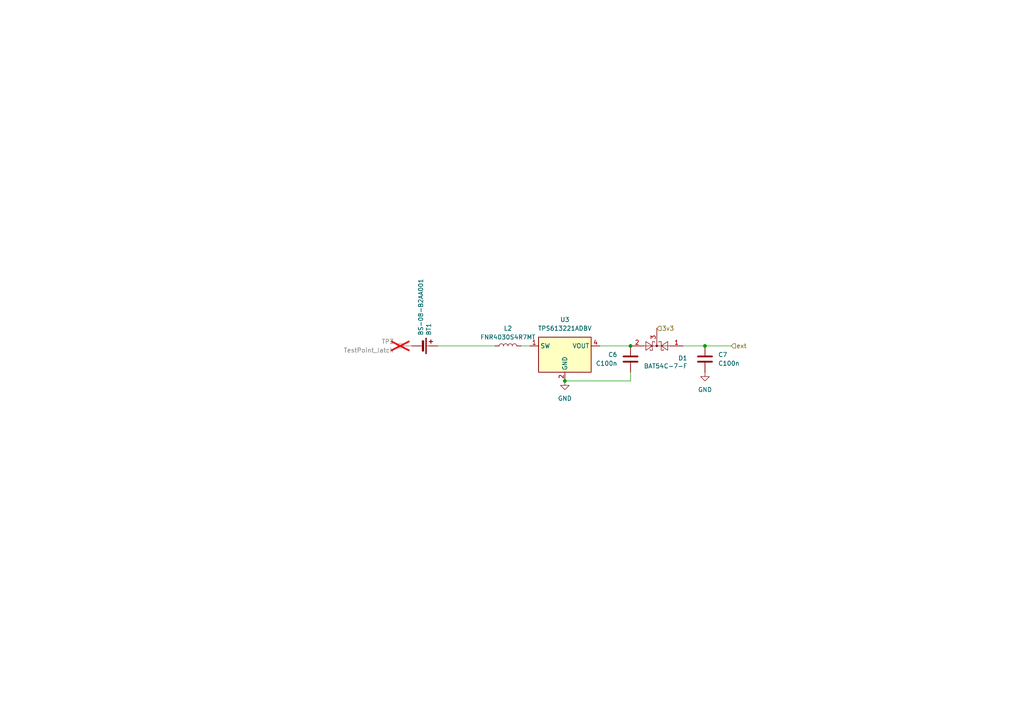
<source format=kicad_sch>
(kicad_sch (version 20231120) (generator "eeschema") (generator_version "8.0")
  (paper "A4")
  (title_block (title "Power Circuitry") (date "2024-08-18") (rev "0") (company "Paisley Microsystems") (comment 1 "Drafted: Matthew Guo") (comment 2 "The design is not to be reproduced, distributed, transferred or sold"))
  (lib_symbols
    (symbol "Connector:TestPoint" (pin_numbers hide) (pin_names (offset 0.762) hide)
      (property "Reference" "TP" (at 0 6.858 0))
      (property "Value" "TestPoint" (at 0 5.08 0))
      (symbol "TestPoint_0_1"
        (circle (center 0 3.302) (radius 0.762))
      )
      (symbol "TestPoint_1_1"
        (pin passive line (at 0 0 90) (length 2.54) (name "1") (number "1"))
      )
    )
    (symbol "Device:Battery_Cell" (pin_numbers hide) (pin_names (offset 0) hide)
      (property "Reference" "BT1" (at 2.9972 2.4384 0))
      (property "Value" "BS-08-B2AA001" (at 2.9972 0.127 0))
      (symbol "Battery_Cell_0_1"
        (rectangle (start -2.286 1.778) (end 2.286 1.524) (fill (type outline)))
        (rectangle (start -1.524 1.016) (end 1.524 0.508) (fill (type outline)))
        (polyline (pts (xy 0 0.762) (xy 0 0)))
        (polyline (pts (xy 0 1.778) (xy 0 2.54)))
        (polyline (pts (xy 0.762 3.048) (xy 1.778 3.048)) (stroke (width 0.254)))
        (polyline (pts (xy 1.27 3.556) (xy 1.27 2.54)) (stroke (width 0.254)))
      )
      (symbol "Battery_Cell_1_1"
        (pin passive line (at 0 5.08 270) (length 2.54) (name "+") (number "+"))
        (pin passive line (at 0 -2.54 90) (length 2.54) (name "-") (number "-"))
      )
    )
    (symbol "Device:C" (pin_numbers hide) (pin_names (offset 0.254))
      (property "Reference" "C" (at 0.635 2.54 0))
      (property "Value" "C" (at 0.635 -2.54 0))
      (symbol "C_0_1"
        (polyline (pts (xy -2.032 -0.762) (xy 2.032 -0.762)) (stroke (width 0.508)))
        (polyline (pts (xy -2.032 0.762) (xy 2.032 0.762)) (stroke (width 0.508)))
      )
      (symbol "C_1_1"
        (pin passive line (at 0 3.81 270) (length 2.794) (name "~") (number "1"))
        (pin passive line (at 0 -3.81 90) (length 2.794) (name "~") (number "2"))
      )
    )
    (symbol "Device:L" (pin_numbers hide) (pin_names (offset 1.016) hide)
      (property "Reference" "L" (at -1.27 0 90))
      (property "Value" "L" (at 1.905 0 90))
      (symbol "L_0_1"
        (arc (start 0 -2.54) (mid 0.6323 -1.905) (end 0 -1.27))
        (arc (start 0 -1.27) (mid 0.6323 -0.635) (end 0 0))
        (arc (start 0 0) (mid 0.6323 0.635) (end 0 1.27))
        (arc (start 0 1.27) (mid 0.6323 1.905) (end 0 2.54))
      )
      (symbol "L_1_1"
        (pin passive line (at 0 3.81 270) (length 1.27) (name "1") (number "1"))
        (pin passive line (at 0 -3.81 90) (length 1.27) (name "2") (number "2"))
      )
    )
    (symbol "Diode:BAT54C"
      (property "Reference" "D" (at 0.635 -3.81 0))
      (property "Value" "BAT54C" (at -6.35 3.175 0))
      (symbol "BAT54C_0_1"
        (polyline (pts (xy -1.905 0) (xy 1.905 0)))
        (polyline (pts (xy -1.905 1.27) (xy -1.905 1.016)))
        (polyline (pts (xy -1.27 -1.27) (xy -0.635 -1.27)))
        (polyline (pts (xy -1.27 0) (xy -3.81 0)))
        (polyline (pts (xy -1.27 1.27) (xy -1.905 1.27)))
        (polyline (pts (xy -1.27 1.27) (xy -1.27 -1.27)))
        (polyline (pts (xy -0.635 -1.27) (xy -0.635 -1.016)))
        (polyline (pts (xy 0.635 -1.27) (xy 0.635 -1.016)))
        (polyline (pts (xy 1.27 -1.27) (xy 0.635 -1.27)))
        (polyline (pts (xy 1.27 1.27) (xy 1.27 -1.27)))
        (polyline (pts (xy 1.27 1.27) (xy 1.905 1.27)))
        (polyline (pts (xy 1.905 1.27) (xy 1.905 1.016)))
        (polyline (pts (xy 3.81 0) (xy 1.27 0)))
        (polyline (pts (xy -3.175 -1.27) (xy -3.175 1.27) (xy -1.27 0) (xy -3.175 -1.27)))
        (polyline (pts (xy 3.175 -1.27) (xy 3.175 1.27) (xy 1.27 0) (xy 3.175 -1.27)))
        (circle (center 0 0) (radius 0.254) (fill (type outline)))
      )
      (symbol "BAT54C_1_1"
        (pin passive line (at -7.62 0 0) (length 3.81) (name "~") (number "1"))
        (pin passive line (at 7.62 0 180) (length 3.81) (name "~") (number "2"))
        (pin passive line (at 0 -5.08 90) (length 5.08) (name "~") (number "3"))
      )
    )
    (symbol "Regulator_Switching:TPS613221ADBV"
      (property "Reference" "U" (at -7.62 6.35 0))
      (property "Value" "TPS613221ADBV" (at 2.54 6.35 0))
      (symbol "TPS613221ADBV_0_1"
        (rectangle (start -7.62 5.08) (end 7.62 -5.08) (stroke (width 0.254)) (fill (type background)))
      )
      (symbol "TPS613221ADBV_1_1"
        (pin power_in line (at -10.16 2.54 0) (length 2.54) (name "SW") (number "1"))
        (pin power_in line (at 0 -7.62 90) (length 2.54) (name "GND") (number "2"))
        (pin no_connect line (at -7.62 -2.54 0) (length 2.54) hide (name "NC") (number "3"))
        (pin power_out line (at 10.16 2.54 180) (length 2.54) (name "VOUT") (number "4"))
        (pin no_connect line (at 7.62 -2.54 180) (length 2.54) hide (name "NC") (number "5"))
      )
    )
    (symbol "power:GND" (power) (pin_numbers hide) (pin_names (offset 0) hide)
      (property "Value" "GND" (at 0 -3.81 0))
      (symbol "GND_0_1"
        (polyline (pts (xy 0 0) (xy 0 -1.27) (xy 1.27 -1.27) (xy 0 -2.54) (xy -1.27 -1.27) (xy 0 -1.27)))
      )
      (symbol "GND_1_1"
        (pin power_in line (at 0 0 270) (length 0) (name "~") (number "1"))
      )
    )
  )
  (junction (at 182.88 100.33))
  (junction (at 163.83 110.49))
  (junction (at 204.47 100.33))
  (wire (pts (xy 212.09 100.33) (xy 204.47 100.33)))
  (wire (pts (xy 182.88 110.49) (xy 182.88 107.95)))
  (wire (pts (xy 127 100.33) (xy 143.51 100.33)))
  (wire (pts (xy 182.88 110.49) (xy 163.83 110.49)))
  (wire (pts (xy 153.67 100.33) (xy 151.13 100.33)))
  (wire (pts (xy 204.47 100.33) (xy 198.12 100.33)))
  (wire (pts (xy 173.99 100.33) (xy 182.88 100.33)))
  (hierarchical_label "3v3" (shape input) (at 190.5 95.25 0))
  (hierarchical_label "ext" (shape input) (at 212.09 100.33 0))
  (symbol (lib_id "Regulator_Switching:TPS613221ADBV") (at 163.83 102.87 0) (unit 1)
    (property "Reference" "U3" (at 163.83 92.71 0))
    (property "Value" "TPS613221ADBV" (at 163.83 95.25 0))
    (property "Footprint" "Package_TO_SOT_SMD:SOT-23-5" (effects (hide yes)))
    (property "Datasheet" "http://www.ti.com/lit/ds/symlink/tps61322.pdf" (effects (hide yes)))
    (property "Description" "1.2A Step-Up Converter, 3.3V Output Voltage, 0.9-5.5V Input Voltage, SOT-23-5" (effects (hide yes)))
    (property "LCSC" "C2071121" (effects (hide yes)))
  )
  (symbol (lib_id "Diode:BAT54C") (at 190.5 100.33 180) (unit 1)
    (property "Reference" "D1" (at 199.39 103.886 0) (effects (justify left)))
    (property "Value" "BAT54C-7-F" (at 199.39 106.172 0) (effects (justify left)))
    (property "Footprint" "Package_TO_SOT_SMD:SOT-23" (effects (hide yes)))
    (property "Datasheet" "http://www.farnell.com/datasheets/2861240.pdf?_ga=2.129831176.54358802.1587372871-1787849031.1568210898&_gac=1.175311126.1587399424.EAIaIQobChMInOvF07P36AIVw7HtCh0NWwCeEAAYAyAAEgI0YfD_BwE" (effects (hide yes)))
    (property "LCSC" "C556168" (effects (hide yes)))
    (property "Cost" "0.0127" (effects (hide yes)))
    (property "Stock" "97600" (effects (hide yes)))
    (property "Supplier" "LCSC" (effects (hide yes)))
  )
  (symbol (lib_id "Device:C") (at 182.88 104.14 0) (mirror y) (unit 1)
    (property "Reference" "C6" (at 179.07 102.8699 0) (effects (justify left)))
    (property "Value" "C100n" (at 179.07 105.4099 0) (effects (justify left)))
    (property "Footprint" "Capacitor_SMD:C_0402_1005Metric" (effects (hide yes)))
    (property "Description" "Unpolarized capacitor" (effects (hide yes)))
    (property "LCSC" "C60474" (effects (hide yes)))
  )
  (symbol (lib_id "power:GND") (at 163.83 110.49 0) (mirror y) (unit 1)
    (property "Reference" "#PWR011" (effects (hide yes)))
    (property "Value" "GND" (at 163.83 115.57 0))
    (property "Description" "Power symbol creates a global label with name \"GND\" , ground" (effects (hide yes)))
  )
  (symbol (lib_id "power:GND") (at 204.47 107.95 0) (mirror y) (unit 1)
    (property "Reference" "#PWR09" (effects (hide yes)))
    (property "Value" "GND" (at 204.47 113.03 0))
    (property "Description" "Power symbol creates a global label with name \"GND\" , ground" (effects (hide yes)))
  )
  (symbol (lib_id "Device:Battery_Cell") (at 121.92 100.33 270) (mirror x) (unit 1)
    (property "Reference" "BT1" (at 124.3584 97.3328 0) (effects (justify left)))
    (property "Value" "BS-08-B2AA001" (at 122.047 97.3328 0) (effects (justify left)))
    (property "Footprint" "aaafootprintlib:BS-08-B2AA001" (effects (hide yes)))
    (property "Datasheet" "https://www.keyelco.com/userAssets/file/M65p9.pdf" (effects (hide yes)))
    (property "LCSC" "C964777" (effects (hide yes)))
    (property "Stock" "34400" (effects (hide yes)))
    (property "Price" "0.249" (effects (hide yes)))
  )
  (symbol (lib_id "Device:C") (at 204.47 104.14 0) (unit 1)
    (property "Reference" "C7" (at 208.28 102.8699 0) (effects (justify left)))
    (property "Value" "C100n" (at 208.28 105.4099 0) (effects (justify left)))
    (property "Footprint" "Capacitor_SMD:C_0402_1005Metric" (effects (hide yes)))
    (property "Description" "Unpolarized capacitor" (effects (hide yes)))
    (property "LCSC" "C60474" (effects (hide yes)))
  )
  (symbol (lib_id "Device:L") (at 147.32 100.33 90) (unit 1)
    (property "Reference" "L2" (at 147.32 95.25 90))
    (property "Value" "FNR4030S4R7MT" (at 147.32 97.79 90))
    (property "Footprint" "Inductor_SMD:L_Changjiang_FNR4030S" (effects (hide yes)))
    (property "Description" "Inductor" (effects (hide yes)))
    (property "LCSC" "C167874" (effects (hide yes)))
  )
  (symbol (lib_id "Connector:TestPoint") (at 119.38 100.33 90) (mirror x) (unit 1) (dnp yes)
    (property "Reference" "TP3" (at 114.3 99.0599 90) (effects (justify left)))
    (property "Value" "TestPoint_latch" (at 114.3 101.5999 90) (effects (justify left)))
    (property "Footprint" "TestPoint:TestPoint_Bridge_Pitch2.0mm_Drill0.7mm" (effects (hide yes)))
    (property "Description" "test point" (effects (hide yes)))
  )
)
</source>
